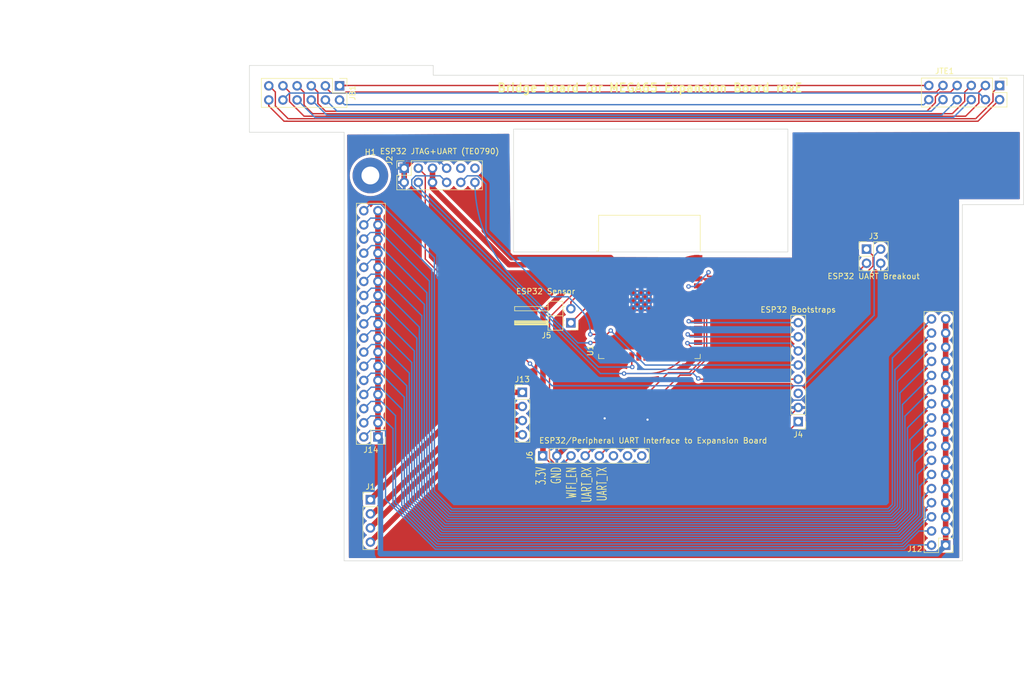
<source format=kicad_pcb>
(kicad_pcb (version 20221018) (generator pcbnew)
  (layers (0 "F.Cu" signal) (31 "B.Cu" signal) (34 "B.Paste" user) (35 "F.Paste" user) (36 "B.SilkS" user "B.Silkscreen") (37 "F.SilkS" user "F.Silkscreen") (38 "B.Mask" user) (39 "F.Mask" user) (44 "Edge.Cuts" user))
  (net 0 "")
  (net 1 "Net-(J1-Pin_1)")
  (net 2 "Net-(J1-Pin_2)")
  (net 3 "Net-(J1-Pin_3)")
  (net 4 "Net-(J1-Pin_4)")
  (net 5 "Net-(J12-Pin_1)")
  (net 6 "Net-(J12-Pin_2)")
  (net 7 "Net-(J12-Pin_4)")
  (net 8 "Net-(J12-Pin_6)")
  (net 9 "Net-(J12-Pin_8)")
  (net 10 "Net-(J12-Pin_10)")
  (net 11 "Net-(J12-Pin_12)")
  (net 12 "Net-(J12-Pin_14)")
  (net 13 "Net-(J12-Pin_16)")
  (net 14 "Net-(J12-Pin_18)")
  (net 15 "Net-(J12-Pin_20)")
  (net 16 "Net-(J12-Pin_22)")
  (net 17 "Net-(J12-Pin_24)")
  (net 18 "Net-(J12-Pin_26)")
  (net 19 "Net-(J12-Pin_28)")
  (net 20 "Net-(J12-Pin_30)")
  (net 21 "Net-(J12-Pin_32)")
  (net 22 "Net-(J12-Pin_34)")
  (net 23 "Net-(JB1-Pin_1)")
  (net 24 "Net-(JB1-Pin_2)")
  (net 25 "Net-(JB1-Pin_3)")
  (net 26 "Net-(JB1-Pin_4)")
  (net 27 "Net-(JB1-Pin_5)")
  (net 28 "Net-(JB1-Pin_6)")
  (net 29 "Net-(JB1-Pin_7)")
  (net 30 "Net-(JB1-Pin_8)")
  (net 31 "Net-(JB1-Pin_9)")
  (net 32 "Net-(JB1-Pin_10)")
  (net 33 "Net-(JB1-Pin_11)")
  (net 34 "Net-(JB1-Pin_12)")
  (net 57 "WIFI_EN")
  (net 58 "JTAG_MTDI")
  (net 59 "JTAG_MTMS")
  (net 60 "JTAG_MTCK")
  (net 61 "JTAG_MTDO")
  (net 62 "BOOT_OPTION")
  (net 63 "UART_RX")
  (net 64 "UART_TX")
  (net 65 "GND")
  (net 66 "/TE0790_A")
  (net 67 "+3.3V")
  (net 68 "/TE0790_B")
  (net 69 "/TE0790_E")
  (net 70 "/TE0790_G")
  (net 71 "Net-(J5-Pin_1)")
  (net 72 "Net-(J5-Pin_2)")
  (net 73 "BOOT_STRAP0")
  (net 74 "BOOT_STRAP5")
  (footprint "Connector_PinHeader_2.54mm:PinHeader_2x06_P2.54mm_Vertical" (layer "F.Cu") (at 191.6762 38.5916 -90)
    (fp_text reference "JTE1")
    (fp_text value "Conn_02x06_Top_Bottom")
  )
  (footprint "Connector_PinHeader_2.54mm:PinHeader_1x04_P2.54mm_Vertical" (layer "F.Cu") (at 78.72 113.01)
    (fp_text reference "J1")
    (fp_text value "Conn_01x04")
  )
  (footprint "Connector_PinHeader_2.54mm:PinHeader_2x06_P2.54mm_Vertical" (layer "F.Cu") (at 84.7868 56.0578 90)
    (fp_text reference "J2")
    (fp_text value "ESP32 JTAG+UART (TE0790)")
  )
  (footprint "Connector_PinHeader_2.54mm:PinHeader_1x08_P2.54mm_Vertical" (layer "F.Cu") (at 155.5242 98.9838 180)
    (fp_text reference "J4")
    (fp_text value "ESP32 Bootstraps")
  )
  (footprint "Connector_PinHeader_2.54mm:PinHeader_2x17_P2.54mm_Vertical" (layer "F.Cu") (at 80.075 101.735 180)
    (fp_text reference "J14")
    (fp_text value "Conn_02x17_Top_Bottom")
  )
  (footprint "MountingHole:MountingHole_3.2mm_M3_Pad" (layer "F.Cu") (at 78.7146 54.7624)
    (fp_text reference "H1")
    (fp_text value "TE0790 Orienting Hole for ESP32 JTAG")
  )
  (footprint "Connector_PinHeader_2.54mm:PinHeader_2x17_P2.54mm_Vertical" (layer "F.Cu") (at 182 121.175 180)
    (fp_text reference "J12")
    (fp_text value "Conn_02x17_Top_Bottom")
  )
  (footprint "RF_Module:ESP32-WROOM-32D" (layer "F.Cu") (at 128.8164 77.7698)
    (fp_text reference "U1")
    (fp_text value "ESP32-WROOM-32D")
  )
  (footprint "Connector_PinHeader_2.54mm:PinHeader_1x02_P2.54mm_Horizontal" (layer "F.Cu") (at 114.7126 81.2342 180)
    (fp_text reference "J5")
    (fp_text value "ESP32 Sensor")
  )
  (footprint "Connector_PinHeader_2.54mm:PinHeader_2x06_P2.54mm_Vertical" (layer "F.Cu") (at 73.1774 38.6538 -90)
    (fp_text reference "JB1")
    (fp_text value "Conn_02x06_Top_Bottom")
  )
  (footprint "Connector_PinHeader_2.54mm:PinHeader_1x08_P2.54mm_Vertical" (layer "F.Cu") (at 109.6518 105.1306 90)
    (fp_text reference "J6")
    (fp_text value "ESP32/Peripheral UART Interface to Expansion Board")
  )
  (footprint "Connector_PinHeader_2.54mm:PinHeader_1x04_P2.54mm_Vertical" (layer "F.Cu") (at 106 93.72)
    (fp_text reference "J13")
    (fp_text value "Conn_01x04")
  )
  (footprint "Connector_PinHeader_2.54mm:PinHeader_2x02_P2.54mm_Vertical" (layer "F.Cu") (at 167.7924 67.9958)
    (fp_text reference "J3")
    (fp_text value "ESP32 UART Breakout")
  )
  (gr_line (start 57 35) (end 57 47) (stroke (width 0.1)) (layer "Edge.Cuts"))
  (gr_line (start 185 124) (end 185 60) (stroke (width 0.1)) (layer "Edge.Cuts"))
  (gr_line (start 90 35) (end 57 35) (stroke (width 0.1)) (layer "Edge.Cuts"))
  (gr_line (start 74 124) (end 185 124) (stroke (width 0.1)) (layer "Edge.Cuts"))
  (gr_rect (start 104.4194 46.4312) (end 153.67 68.5038) (stroke (width 0.1)) (fill none) (layer "Edge.Cuts"))
  (gr_line (start 196 60) (end 196 36.75) (stroke (width 0.1)) (layer "Edge.Cuts"))
  (gr_line (start 185 60) (end 196 60) (stroke (width 0.1)) (layer "Edge.Cuts"))
  (gr_line (start 74 47) (end 74 124) (stroke (width 0.1)) (layer "Edge.Cuts"))
  (gr_line (start 57 47) (end 74 47) (stroke (width 0.1)) (layer "Edge.Cuts"))
  (gr_line (start 196 36.75) (end 90 36.75) (stroke (width 0.1)) (layer "Edge.Cuts"))
  (gr_line (start 90 36.75) (end 90 35) (stroke (width 0.1)) (layer "Edge.Cuts"))
  (gr_text "3.3V\nGND\nWIFI_EN\nUART_RX\nUART_TX" (at 121.285 107.0356 90) (layer "F.SilkS") (effects (font (size 1.7 1)) (justify right bottom)))
  (gr_text "Bridge board for MEGA65 Expansion Board revE" (at 128.89 39.01) (layer "F.SilkS") (effects (font (size 1.5 1.5) (thickness 0.3))))
  (gr_text "ESP32 Sensor" (at 104.8004 76.1746) (layer "F.SilkS") (effects (font (size 1 1)) (justify left bottom)))
  (segment (start 98.01 93.72) (end 106 93.72) (width 1) (layer "F.Cu") (net 1))
  (segment (start 78.55 113.18) (end 98.01 93.72) (width 1) (layer "F.Cu") (net 1))
  (segment (start 98.463622 96.26) (end 106 96.26) (width 1) (layer "F.Cu") (net 2))
  (segment (start 79.003622 115.72) (end 98.463622 96.26) (width 1) (layer "F.Cu") (net 2))
  (segment (start 98.01 98.8) (end 106 98.8) (width 1) (layer "F.Cu") (net 3))
  (segment (start 78.72 118.09) (end 98.01 98.8) (width 1) (layer "F.Cu") (net 3))
  (segment (start 78.72 120.63) (end 98.01 101.34) (width 1) (layer "F.Cu") (net 4))
  (segment (start 98.01 101.34) (end 106 101.34) (width 1) (layer "F.Cu") (net 4))
  (segment (start 80.075 101.735) (end 80.075 61.095) (width 1) (layer "F.Cu") (net 5))
  (segment (start 182 121.175) (end 182 80.535) (width 1) (layer "F.Cu") (net 5))
  (segment (start 80.075 101.735) (end 80.518 102.178) (width 1) (layer "B.Cu") (net 5))
  (segment (start 80.518 122.682) (end 80.560511 122.724511) (width 1) (layer "B.Cu") (net 5))
  (segment (start 180.450489 122.724511) (end 182 121.175) (width 1) (layer "B.Cu") (net 5))
  (segment (start 80.560511 122.724511) (end 180.450489 122.724511) (width 1) (layer "B.Cu") (net 5))
  (segment (start 80.518 102.178) (end 80.518 122.682) (width 1) (layer "B.Cu") (net 5))
  (segment (start 179.46 121.175) (end 179.4176 121.1326) (width 0.25) (layer "B.Cu") (net 6))
  (segment (start 175.340388 121.1326) (end 174.573477 121.899511) (width 0.25) (layer "B.Cu") (net 6))
  (segment (start 77.535 101.735) (end 78.709511 100.560489) (width 0.25) (layer "B.Cu") (net 6))
  (segment (start 174.573477 121.899511) (end 90.372662 121.899511) (width 0.25) (layer "B.Cu") (net 6))
  (segment (start 90.372662 121.899511) (end 81.4324 112.959249) (width 0.25) (layer "B.Cu") (net 6))
  (segment (start 78.709511 100.560489) (end 81.4324 100.560489) (width 0.25) (layer "B.Cu") (net 6))
  (segment (start 179.4176 121.1326) (end 175.340388 121.1326) (width 0.25) (layer "B.Cu") (net 6))
  (segment (start 81.4324 112.959249) (end 81.4324 100.560489) (width 0.25) (layer "B.Cu") (net 6))
  (segment (start 78.7638 97.9662) (end 77.535 99.195) (width 0.25) (layer "B.Cu") (net 7))
  (segment (start 174.387081 121.449511) (end 90.559058 121.449511) (width 0.25) (layer "B.Cu") (net 7))
  (segment (start 82.776573 100.234872) (end 80.507901 97.9662) (width 0.25) (layer "B.Cu") (net 7))
  (segment (start 179.46 118.635) (end 177.201592 118.635) (width 0.25) (layer "B.Cu") (net 7))
  (segment (start 90.559058 121.449511) (end 82.776573 113.667026) (width 0.25) (layer "B.Cu") (net 7))
  (segment (start 82.776573 113.667026) (end 82.776573 100.234872) (width 0.25) (layer "B.Cu") (net 7))
  (segment (start 80.507901 97.9662) (end 78.7638 97.9662) (width 0.25) (layer "B.Cu") (net 7))
  (segment (start 177.201592 118.635) (end 174.387081 121.449511) (width 0.25) (layer "B.Cu") (net 7))
  (segment (start 77.535 96.655) (end 78.835 95.355) (width 0.25) (layer "B.Cu") (net 8))
  (segment (start 167.2844 120.9802) (end 167.303711 120.999511) (width 0.25) (layer "B.Cu") (net 8))
  (segment (start 174.200685 120.999511) (end 172.5168 120.999511) (width 0.25) (layer "B.Cu") (net 8))
  (segment (start 178.735 116.095) (end 178.735 116.465196) (width 0.25) (layer "B.Cu") (net 8))
  (segment (start 80.665 95.355) (end 83.226573 97.916573) (width 0.25) (layer "B.Cu") (net 8))
  (segment (start 90.885908 120.9802) (end 167.2844 120.9802) (width 0.25) (layer "B.Cu") (net 8))
  (segment (start 179.46 116.095) (end 178.735 116.095) (width 0.25) (layer "B.Cu") (net 8))
  (segment (start 167.303711 120.999511) (end 173.355 120.999511) (width 0.25) (layer "B.Cu") (net 8))
  (segment (start 83.226573 97.916573) (end 83.226573 113.48063) (width 0.25) (layer "B.Cu") (net 8))
  (segment (start 178.735 116.465196) (end 174.200685 120.999511) (width 0.25) (layer "B.Cu") (net 8))
  (segment (start 78.835 95.355) (end 80.665 95.355) (width 0.25) (layer "B.Cu") (net 8))
  (segment (start 83.226573 113.48063) (end 90.613172 120.867229) (width 0.25) (layer "B.Cu") (net 8))
  (arc (start 90.613172 120.867229) (mid 90.738304 120.95084) (end 90.885908 120.9802) (width 0.25) (layer "B.Cu") (net 8))
  (segment (start 178.285 114.73) (end 178.285 116.2788) (width 0.25) (layer "B.Cu") (net 9))
  (segment (start 84.352769 96.731068) (end 80.419001 92.7973) (width 0.25) (layer "B.Cu") (net 9))
  (segment (start 84.352769 113.97043) (end 84.352769 96.731068) (width 0.25) (layer "B.Cu") (net 9))
  (segment (start 78.8527 92.7973) (end 77.535 94.115) (width 0.25) (layer "B.Cu") (net 9))
  (segment (start 174.079824 120.483976) (end 90.866315 120.483976) (width 0.25) (layer "B.Cu") (net 9))
  (segment (start 179.46 113.555) (end 178.285 114.73) (width 0.25) (layer "B.Cu") (net 9))
  (segment (start 178.285 116.2788) (end 174.079824 120.483976) (width 0.25) (layer "B.Cu") (net 9))
  (segment (start 90.866315 120.483976) (end 84.352769 113.97043) (width 0.25) (layer "B.Cu") (net 9))
  (segment (start 80.419001 92.7973) (end 78.8527 92.7973) (width 0.25) (layer "B.Cu") (net 9))
  (segment (start 80.490505 90.280505) (end 84.802769 94.592769) (width 0.25) (layer "B.Cu") (net 10))
  (segment (start 91.052711 120.033976) (end 173.893428 120.033976) (width 0.25) (layer "B.Cu") (net 10))
  (segment (start 173.893428 120.033976) (end 177.835 116.092404) (width 0.25) (layer "B.Cu") (net 10))
  (segment (start 78.829495 90.280505) (end 80.490505 90.280505) (width 0.25) (layer "B.Cu") (net 10))
  (segment (start 84.802769 113.784034) (end 91.052711 120.033976) (width 0.25) (layer "B.Cu") (net 10))
  (segment (start 77.535 91.575) (end 78.829495 90.280505) (width 0.25) (layer "B.Cu") (net 10))
  (segment (start 177.835 116.092404) (end 177.835 112.64) (width 0.25) (layer "B.Cu") (net 10))
  (segment (start 177.835 112.64) (end 179.46 111.015) (width 0.25) (layer "B.Cu") (net 10))
  (segment (start 84.802769 94.592769) (end 84.802769 113.784034) (width 0.25) (layer "B.Cu") (net 10))
  (segment (start 78.875 87.695) (end 80.391 87.695) (width 0.25) (layer "B.Cu") (net 11))
  (segment (start 77.535 89.035) (end 78.875 87.695) (width 0.25) (layer "B.Cu") (net 11))
  (segment (start 85.252769 98.5774) (end 85.252769 113.597638) (width 0.25) (layer "B.Cu") (net 11))
  (segment (start 85.252769 92.551068) (end 85.252769 98.5774) (width 0.25) (layer "B.Cu") (net 11))
  (segment (start 177.385 110.55) (end 179.46 108.475) (width 0.25) (layer "B.Cu") (net 11))
  (segment (start 173.707032 119.583976) (end 177.385 115.906008) (width 0.25) (layer "B.Cu") (net 11))
  (segment (start 80.396701 87.695) (end 85.252769 92.551068) (width 0.25) (layer "B.Cu") (net 11))
  (segment (start 177.385 115.906008) (end 177.385 110.55) (width 0.25) (layer "B.Cu") (net 11))
  (segment (start 80.391 87.695) (end 80.396701 87.695) (width 0.25) (layer "B.Cu") (net 11))
  (segment (start 85.252769 113.597638) (end 91.239107 119.583976) (width 0.25) (layer "B.Cu") (net 11))
  (segment (start 91.239107 119.583976) (end 173.707032 119.583976) (width 0.25) (layer "B.Cu") (net 11))
  (segment (start 85.702769 90.270781) (end 85.702769 96.012) (width 0.25) (layer "B.Cu") (net 12))
  (segment (start 85.702769 113.411242) (end 91.425503 119.133976) (width 0.25) (layer "B.Cu") (net 12))
  (segment (start 85.702769 96.012) (end 85.702769 113.411242) (width 0.25) (layer "B.Cu") (net 12))
  (segment (start 91.425503 119.133976) (end 173.520636 119.133976) (width 0.25) (layer "B.Cu") (net 12))
  (segment (start 78.900489 85.129511) (end 80.561499 85.129511) (width 0.25) (layer "B.Cu") (net 12))
  (segment (start 77.535 86.495) (end 78.900489 85.129511) (width 0.25) (layer "B.Cu") (net 12))
  (segment (start 176.935 108.46) (end 179.46 105.935) (width 0.25) (layer "B.Cu") (net 12))
  (segment (start 80.561499 85.129511) (end 85.702769 90.270781) (width 0.25) (layer "B.Cu") (net 12))
  (segment (start 173.520636 119.133976) (end 176.935 115.719612) (width 0.25) (layer "B.Cu") (net 12))
  (segment (start 176.935 115.719612) (end 176.935 108.46) (width 0.25) (layer "B.Cu") (net 12))
  (segment (start 80.442206 82.660505) (end 86.152769 88.371068) (width 0.25) (layer "B.Cu") (net 13))
  (segment (start 91.611899 118.683976) (end 173.33424 118.683976) (width 0.25) (layer "B.Cu") (net 13))
  (segment (start 176.485 106.37) (end 179.46 103.395) (width 0.25) (layer "B.Cu") (net 13))
  (segment (start 173.33424 118.683976) (end 176.485 115.533216) (width 0.25) (layer "B.Cu") (net 13))
  (segment (start 86.152769 113.224846) (end 91.611899 118.683976) (width 0.25) (layer "B.Cu") (net 13))
  (segment (start 176.485 115.533216) (end 176.485 106.37) (width 0.25) (layer "B.Cu") (net 13))
  (segment (start 80.1878 82.660505) (end 80.490505 82.660505) (width 0.25) (layer "B.Cu") (net 13))
  (segment (start 80.1878 82.660505) (end 80.442206 82.660505) (width 0.25) (layer "B.Cu") (net 13))
  (segment (start 78.829495 82.660505) (end 80.1878 82.660505) (width 0.25) (layer "B.Cu") (net 13))
  (segment (start 77.535 83.955) (end 78.829495 82.660505) (width 0.25) (layer "B.Cu") (net 13))
  (segment (start 86.152769 88.371068) (end 86.152769 113.224846) (width 0.25) (layer "B.Cu") (net 13))
  (segment (start 173.147844 118.233976) (end 176.035 115.34682) (width 0.25) (layer "B.Cu") (net 14))
  (segment (start 77.535 81.415) (end 78.819495 80.130505) (width 0.25) (layer "B.Cu") (net 14))
  (segment (start 80.2132 80.130505) (end 80.452206 80.130505) (width 0.25) (layer "B.Cu") (net 14))
  (segment (start 176.035 115.34682) (end 176.035 104.28) (width 0.25) (layer "B.Cu") (net 14))
  (segment (start 91.798295 118.233976) (end 173.147844 118.233976) (width 0.25) (layer "B.Cu") (net 14))
  (segment (start 176.035 104.28) (end 179.46 100.855) (width 0.25) (layer "B.Cu") (net 14))
  (segment (start 78.819495 80.130505) (end 80.2132 80.130505) (width 0.25) (layer "B.Cu") (net 14))
  (segment (start 86.602769 113.03845) (end 91.798295 118.233976) (width 0.25) (layer "B.Cu") (net 14))
  (segment (start 86.602769 86.281068) (end 86.602769 113.03845) (width 0.25) (layer "B.Cu") (net 14))
  (segment (start 80.2132 80.130505) (end 80.480505 80.130505) (width 0.25) (layer "B.Cu") (net 14))
  (segment (start 80.452206 80.130505) (end 86.602769 86.281068) (width 0.25) (layer "B.Cu") (net 14))
  (segment (start 172.961448 117.783976) (end 175.585 115.160424) (width 0.25) (layer "B.Cu") (net 15))
  (segment (start 77.535 78.875) (end 78.900489 77.509511) (width 0.25) (layer "B.Cu") (net 15))
  (segment (start 80.561499 77.509511) (end 87.052769 84.000781) (width 0.25) (layer "B.Cu") (net 15))
  (segment (start 87.052769 112.852054) (end 91.984691 117.783976) (width 0.25) (layer "B.Cu") (net 15))
  (segment (start 91.984691 117.783976) (end 172.961448 117.783976) (width 0.25) (layer "B.Cu") (net 15))
  (segment (start 175.585 115.160424) (end 175.585 102.19) (width 0.25) (layer "B.Cu") (net 15))
  (segment (start 87.052769 84.000781) (end 87.052769 112.852054) (width 0.25) (layer "B.Cu") (net 15))
  (segment (start 78.900489 77.509511) (end 80.561499 77.509511) (width 0.25) (layer "B.Cu") (net 15))
  (segment (start 175.585 102.19) (end 179.46 98.315) (width 0.25) (layer "B.Cu") (net 15))
  (segment (start 87.502769 81.991759) (end 87.502769 112.665658) (width 0.25) (layer "B.Cu") (net 16))
  (segment (start 172.775052 117.333976) (end 175.135 114.974028) (width 0.25) (layer "B.Cu") (net 16))
  (segment (start 80.52101 75.01) (end 87.502769 81.991759) (width 0.25) (layer "B.Cu") (net 16))
  (segment (start 87.502769 112.665658) (end 92.171087 117.333976) (width 0.25) (layer "B.Cu") (net 16))
  (segment (start 175.135 100.1) (end 179.46 95.775) (width 0.25) (layer "B.Cu") (net 16))
  (segment (start 92.171087 117.333976) (end 172.775052 117.333976) (width 0.25) (layer "B.Cu") (net 16))
  (segment (start 78.86 75.01) (end 80.52101 75.01) (width 0.25) (layer "B.Cu") (net 16))
  (segment (start 77.535 76.335) (end 78.86 75.01) (width 0.25) (layer "B.Cu") (net 16))
  (segment (start 175.135 114.974028) (end 175.135 100.1) (width 0.25) (layer "B.Cu") (net 16))
  (segment (start 92.452005 116.883976) (end 172.588656 116.883976) (width 0.25) (layer "B.Cu") (net 17))
  (segment (start 77.535 73.795) (end 78.834495 72.495505) (width 0.25) (layer "B.Cu") (net 17))
  (segment (start 172.588656 116.883976) (end 174.685 114.787632) (width 0.25) (layer "B.Cu") (net 17))
  (segment (start 80.495505 72.495505) (end 87.952769 79.952769) (width 0.25) (layer "B.Cu") (net 17))
  (segment (start 174.685 98.01) (end 179.46 93.235) (width 0.25) (layer "B.Cu") (net 17))
  (segment (start 87.952769 79.952769) (end 87.952769 112.38474) (width 0.25) (layer "B.Cu") (net 17))
  (segment (start 87.952769 112.38474) (end 92.452005 116.883976) (width 0.25) (layer "B.Cu") (net 17))
  (segment (start 174.685 114.787632) (end 174.685 98.01) (width 0.25) (layer "B.Cu") (net 17))
  (segment (start 78.834495 72.495505) (end 80.495505 72.495505) (width 0.25) (layer "B.Cu") (net 17))
  (segment (start 80.371212 69.889511) (end 88.402769 77.921068) (width 0.25) (layer "B.Cu") (net 18))
  (segment (start 174.235 114.601236) (end 174.235 95.92) (width 0.25) (layer "B.Cu") (net 18))
  (segment (start 88.402769 112.198344) (end 92.638401 116.433976) (width 0.25) (layer "B.Cu") (net 18))
  (segment (start 77.535 71.255) (end 78.900489 69.889511) (width 0.25) (layer "B.Cu") (net 18))
  (segment (start 78.900489 69.889511) (end 80.371212 69.889511) (width 0.25) (layer "B.Cu") (net 18))
  (segment (start 172.40226 116.433976) (end 174.235 114.601236) (width 0.25) (layer "B.Cu") (net 18))
  (segment (start 174.235 95.92) (end 179.46 90.695) (width 0.25) (layer "B.Cu") (net 18))
  (segment (start 88.402769 77.921068) (end 88.402769 112.198344) (width 0.25) (layer "B.Cu") (net 18))
  (segment (start 92.638401 116.433976) (end 172.40226 116.433976) (width 0.25) (layer "B.Cu") (net 18))
  (segment (start 92.824797 115.983976) (end 172.215864 115.983976) (width 0.25) (layer "B.Cu") (net 19))
  (segment (start 173.785 114.41484) (end 173.785 93.83) (width 0.25) (layer "B.Cu") (net 19))
  (segment (start 172.215864 115.983976) (end 173.785 114.41484) (width 0.25) (layer "B.Cu") (net 19))
  (segment (start 88.852769 87.501096) (end 88.852769 75.831068) (width 0.25) (layer "B.Cu") (net 19))
  (segment (start 88.852769 87.501096) (end 88.852769 112.011948) (width 0.25) (layer "B.Cu") (net 19))
  (segment (start 80.371212 67.349511) (end 78.900489 67.349511) (width 0.25) (layer "B.Cu") (net 19))
  (segment (start 173.785 93.83) (end 179.46 88.155) (width 0.25) (layer "B.Cu") (net 19))
  (segment (start 78.900489 67.349511) (end 77.535 68.715) (width 0.25) (layer "B.Cu") (net 19))
  (segment (start 88.852769 112.011948) (end 92.824797 115.983976) (width 0.25) (layer "B.Cu") (net 19))
  (segment (start 88.852769 75.831068) (end 80.371212 67.349511) (width 0.25) (layer "B.Cu") (net 19))
  (segment (start 172.029468 115.533976) (end 173.335 114.228444) (width 0.25) (layer "B.Cu") (net 20))
  (segment (start 173.335 114.228444) (end 173.335 91.74) (width 0.25) (layer "B.Cu") (net 20))
  (segment (start 78.709511 65.000489) (end 80.580489 65.000489) (width 0.25) (layer "B.Cu") (net 20))
  (segment (start 173.335 91.74) (end 179.46 85.615) (width 0.25) (layer "B.Cu") (net 20))
  (segment (start 93.011193 115.533976) (end 172.029468 115.533976) (width 0.25) (layer "B.Cu") (net 20))
  (segment (start 89.3064 111.829183) (end 93.011193 115.533976) (width 0.25) (layer "B.Cu") (net 20))
  (segment (start 80.580489 65.000489) (end 89.3064 73.7264) (width 0.25) (layer "B.Cu") (net 20))
  (segment (start 89.3064 73.7264) (end 89.3064 111.829183) (width 0.25) (layer "B.Cu") (net 20))
  (segment (start 77.035 66.675) (end 78.709511 65.000489) (width 0.25) (layer "B.Cu") (net 20))
  (segment (start 171.843072 115.083976) (end 172.885 114.042048) (width 0.25) (layer "B.Cu") (net 21))
  (segment (start 89.7564 71.654699) (end 89.7564 111.642787) (width 0.25) (layer "B.Cu") (net 21))
  (segment (start 78.75 62.42) (end 80.521701 62.42) (width 0.25) (layer "B.Cu") (net 21))
  (segment (start 77.035 64.135) (end 78.75 62.42) (width 0.25) (layer "B.Cu") (net 21))
  (segment (start 172.885 89.65) (end 179.46 83.075) (width 0.25) (layer "B.Cu") (net 21))
  (segment (start 80.521701 62.42) (end 89.7564 71.654699) (width 0.25) (layer "B.Cu") (net 21))
  (segment (start 93.197589 115.083976) (end 171.843072 115.083976) (width 0.25) (layer "B.Cu") (net 21))
  (segment (start 89.7564 111.642787) (end 93.197589 115.083976) (width 0.25) (layer "B.Cu") (net 21))
  (segment (start 172.885 114.042048) (end 172.885 89.65) (width 0.25) (layer "B.Cu") (net 21))
  (segment (start 93.383985 114.633976) (end 171.656676 114.633976) (width 0.25) (layer "B.Cu") (net 22))
  (segment (start 172.435 113.855652) (end 172.435 87.56) (width 0.25) (layer "B.Cu") (net 22))
  (segment (start 80.561701 59.92) (end 90.2064 69.564699) (width 0.25) (layer "B.Cu") (net 22))
  (segment (start 78.71 59.92) (end 80.561701 59.92) (width 0.25) (layer "B.Cu") (net 22))
  (segment (start 90.2064 111.456391) (end 93.383985 114.633976) (width 0.25) (layer "B.Cu") (net 22))
  (segment (start 171.656676 114.633976) (end 172.435 113.855652) (width 0.25) (layer "B.Cu") (net 22))
  (segment (start 77.035 61.595) (end 78.71 59.92) (width 0.25) (layer "B.Cu") (net 22))
  (segment (start 172.435 87.56) (end 179.46 80.535) (width 0.25) (layer "B.Cu") (net 22))
  (segment (start 90.2064 69.564699) (end 90.2064 111.456391) (width 0.25) (layer "B.Cu") (net 22))
  (segment (start 74.265 38.585) (end 74.2716 38.5916) (width 0.25) (layer "F.Cu") (net 23))
  (segment (start 178.9762 38.5916) (end 74.2716 38.5916) (width 0.25) (layer "F.Cu") (net 23))
  (segment (start 73.18 38.585) (end 74.265 38.585) (width 0.25) (layer "F.Cu") (net 23))
  (segment (start 74.2716 38.5916) (end 73.6084 38.5916) (width 0.25) (layer "F.Cu") (net 23))
  (segment (start 178.0678 42.04) (end 74.095 42.04) (width 0.25) (layer "B.Cu") (net 24))
  (segment (start 74.095 42.04) (end 73.18 41.125) (width 0.25) (layer "B.Cu") (net 24))
  (segment (start 178.9762 41.1316) (end 178.0678 42.04) (width 0.25) (layer "B.Cu") (net 24))
  (segment (start 180.341689 39.766111) (end 74.351911 39.766111) (width 0.25) (layer "F.Cu") (net 25))
  (segment (start 71.7042 39.9542) (end 70.64 38.89) (width 0.25) (layer "F.Cu") (net 25))
  (segment (start 74.351911 39.766111) (end 74.163822 39.9542) (width 0.25) (layer "F.Cu") (net 25))
  (segment (start 70.64 38.89) (end 70.64 38.585) (width 0.25) (layer "F.Cu") (net 25))
  (segment (start 181.5162 38.5916) (end 180.341689 39.766111) (width 0.25) (layer "F.Cu") (net 25))
  (segment (start 74.163822 39.9542) (end 71.7042 39.9542) (width 0.25) (layer "F.Cu") (net 25))
  (segment (start 73.164511 43.214511) (end 179.433289 43.214511) (width 0.25) (layer "B.Cu") (net 26))
  (segment (start 179.433289 43.214511) (end 181.5162 41.1316) (width 0.25) (layer "B.Cu") (net 26))
  (segment (start 72.729511 43.214511) (end 70.64 41.125) (width 0.25) (layer "B.Cu") (net 26))
  (segment (start 73.164511 43.214511) (end 72.729511 43.214511) (width 0.25) (layer "B.Cu") (net 26))
  (segment (start 181.003889 39.766111) (end 180.150711 40.619289) (width 0.25) (layer "F.Cu") (net 27))
  (segment (start 70.671911 43.214511) (end 69.29 41.8326) (width 0.25) (layer "F.Cu") (net 27))
  (segment (start 182.881689 39.766111) (end 181.003889 39.766111) (width 0.25) (layer "F.Cu") (net 27))
  (segment (start 180.150711 40.619289) (end 180.150711 41.679289) (width 0.25) (layer "F.Cu") (net 27))
  (segment (start 69.29 41.8326) (end 69.29 39.775) (width 0.25) (layer "F.Cu") (net 27))
  (segment (start 178.615489 43.214511) (end 70.671911 43.214511) (width 0.25) (layer "F.Cu") (net 27))
  (segment (start 180.150711 41.679289) (end 178.615489 43.214511) (width 0.25) (layer "F.Cu") (net 27))
  (segment (start 184.0562 38.5916) (end 182.881689 39.766111) (width 0.25) (layer "F.Cu") (net 27))
  (segment (start 69.29 39.775) (end 68.1 38.585) (width 0.25) (layer "F.Cu") (net 27))
  (segment (start 70.895 43.92) (end 68.1 41.125) (width 0.25) (layer "B.Cu") (net 28))
  (segment (start 184.0562 41.1316) (end 181.2678 43.92) (width 0.25) (layer "B.Cu") (net 28))
  (segment (start 71.19 43.92) (end 70.895 43.92) (width 0.25) (layer "B.Cu") (net 28))
  (segment (start 181.2678 43.92) (end 71.19 43.92) (width 0.25) (layer "B.Cu") (net 28))
  (segment (start 186.5962 38.5916) (end 185.421689 39.766111) (width 0.25) (layer "F.Cu") (net 29))
  (segment (start 66.802 39.827) (end 65.56 38.585) (width 0.25) (layer "F.Cu") (net 29))
  (segment (start 185.421689 41.427121) (end 183.184779 43.664031) (width 0.25) (layer "F.Cu") (net 29))
  (segment (start 66.802 42.112) (end 66.802 39.827) (width 0.25) (layer "F.Cu") (net 29))
  (segment (start 185.421689 39.766111) (end 185.421689 41.427121) (width 0.25) (layer "F.Cu") (net 29))
  (segment (start 183.184779 43.664031) (end 68.354031 43.664031) (width 0.25) (layer "F.Cu") (net 29))
  (segment (start 68.354031 43.664031) (end 66.802 42.112) (width 0.25) (layer "F.Cu") (net 29))
  (segment (start 183.35828 44.36952) (end 186.5962 41.1316) (width 0.25) (layer "B.Cu") (net 30))
  (segment (start 70.00048 44.36952) (end 68.80452 44.36952) (width 0.25) (layer "B.Cu") (net 30))
  (segment (start 68.80452 44.36952) (end 65.56 41.125) (width 0.25) (layer "B.Cu") (net 30))
  (segment (start 70.00048 44.36952) (end 183.35828 44.36952) (width 0.25) (layer "B.Cu") (net 30))
  (segment (start 189.1362 38.5916) (end 187.961689 39.766111) (width 0.25) (layer "F.Cu") (net 31))
  (segment (start 185.576449 44.113551) (end 66.813551 44.113551) (width 0.25) (layer "F.Cu") (net 31))
  (segment (start 64.194511 41.494511) (end 64.194511 39.759511) (width 0.25) (layer "F.Cu") (net 31))
  (segment (start 187.961689 41.728311) (end 185.576449 44.113551) (width 0.25) (layer "F.Cu") (net 31))
  (segment (start 66.813551 44.113551) (end 64.194511 41.494511) (width 0.25) (layer "F.Cu") (net 31))
  (segment (start 187.961689 39.766111) (end 187.961689 41.728311) (width 0.25) (layer "F.Cu") (net 31))
  (segment (start 64.194511 39.759511) (end 63.02 38.585) (width 0.25) (layer "F.Cu") (net 31))
  (segment (start 187.955089 39.950489) (end 189.1362 41.1316) (width 0.25) (layer "B.Cu") (net 32))
  (segment (start 64.194511 39.950489) (end 187.955089 39.950489) (width 0.25) (layer "B.Cu") (net 32))
  (segment (start 63.02 41.125) (end 64.194511 39.950489) (width 0.25) (layer "B.Cu") (net 32))
  (segment (start 61.654511 39.759511) (end 61.654511 42.260653) (width 0.25) (layer "F.Cu") (net 33))
  (segment (start 190.501689 39.766111) (end 191.6762 38.5916) (width 0.25) (layer "F.Cu") (net 33))
  (segment (start 63.956929 44.563071) (end 187.376929 44.563071) (width 0.25) (layer "F.Cu") (net 33))
  (segment (start 187.376929 44.563071) (end 190.501689 41.438311) (width 0.25) (layer "F.Cu") (net 33))
  (segment (start 190.501689 41.438311) (end 190.501689 39.766111) (width 0.25) (layer "F.Cu") (net 33))
  (segment (start 60.48 38.585) (end 61.654511 39.759511) (width 0.25) (layer "F.Cu") (net 33))
  (segment (start 61.654511 42.260653) (end 63.956929 44.563071) (width 0.25) (layer "F.Cu") (net 33))
  (segment (start 63.722591 45.012591) (end 63.215864 45.012591) (width 0.25) (layer "F.Cu") (net 34))
  (segment (start 191.6762 41.1316) (end 187.795209 45.012591) (width 0.25) (layer "F.Cu") (net 34))
  (segment (start 63.215864 45.012591) (end 60.48 42.276727) (width 0.25) (layer "F.Cu") (net 34))
  (segment (start 187.795209 45.012591) (end 63.722591 45.012591) (width 0.25) (layer "F.Cu") (net 34))
  (segment (start 60.48 42.276727) (end 60.48 41.125) (width 0.25) (layer "F.Cu") (net 34))
  (segment (start 110.8776 105.6132) (end 110.8776 80.2486) (width 0.25) (layer "F.Cu") (net 57))
  (segment (start 114.7826 105.1052) (end 113.226 106.6618) (width 0.25) (layer "F.Cu") (net 57))
  (segment (start 111.9262 106.6618) (end 110.8776 105.6132) (width 0.25) (layer "F.Cu") (net 57))
  (segment (start 113.226 106.6618) (end 111.9262 106.6618) (width 0.25) (layer "F.Cu") (net 57))
  (segment (start 119.0664 72.0598) (end 120.0664 72.0598) (width 0.25) (layer "F.Cu") (net 57))
  (segment (start 110.8776 80.2486) (end 119.0664 72.0598) (width 0.25) (layer "F.Cu") (net 57))
  (segment (start 121.0056 83.4898) (end 121.8692 82.6262) (width 0.25) (layer "F.Cu") (net 58))
  (segment (start 118.2116 83.312) (end 119.637153 83.312) (width 0.25) (layer "F.Cu") (net 58))
  (segment (start 120.0664 83.4898) (end 121.0056 83.4898) (width 0.25) (layer "F.Cu") (net 58))
  (via (at 118.2116 83.312) (size 0.8) (drill 0.4) (layers "F.Cu" "B.Cu") (net 58))
  (via (at 121.8692 82.6262) (size 0.8) (drill 0.4) (layers "F.Cu" "B.Cu") (net 58))
  (arc (start 119.637153 83.312) (mid 119.869459 83.358209) (end 120.0664 83.4898) (width 0.25) (layer "F.Cu") (net 58))
  (segment (start 116.772617 79.154518) (end 117.082553 79.581107) (width 0.25) (layer "B.Cu") (net 58))
  (segment (start 117.962181 81.48916) (end 118.085275 82.001884) (width 0.25) (layer "B.Cu") (net 58))
  (segment (start 99.628799 64.94922) (end 99.652826 65.007226) (width 0.25) (layer "B.Cu") (net 58))
  (segment (start 116.430166 78.753562) (end 116.772617 79.154518) (width 0.25) (layer "B.Cu") (net 58))
  (segment (start 111.200772 76.555172) (end 114.235273 76.555172) (width 0.25) (layer "B.Cu") (net 58))
  (segment (start 97.973501 54.8228) (end 99.473368 56.322667) (width 0.25) (layer "B.Cu") (net 58))
  (segment (start 117.597451 80.500519) (end 117.799238 80.987674) (width 0.25) (layer "B.Cu") (net 58))
  (segment (start 118.085275 82.001884) (end 118.167763 82.522685) (width 0.25) (layer "B.Cu") (net 58))
  (segment (start 118.209134 83.048353) (end 118.2116 83.312) (width 0.25) (layer "B.Cu") (net 58))
  (segment (start 96.1218 54.8228) (end 97.973501 54.8228) (width 0.25) (layer "B.Cu") (net 58))
  (segment (start 117.082553 79.581107) (end 117.358064 80.030698) (width 0.25) (layer "B.Cu") (net 58))
  (segment (start 99.652826 65.007226) (end 111.200772 76.555172) (width 0.25) (layer "B.Cu") (net 58))
  (segment (start 114.235273 76.555172) (end 116.245488 78.565387) (width 0.25) (layer "B.Cu") (net 58))
  (segment (start 118.167763 82.522685) (end 118.209134 83.048353) (width 0.25) (layer "B.Cu") (net 58))
  (segment (start 99.473368 64.527905) (end 99.628799 64.94922) (width 0.25) (layer "B.Cu") (net 58))
  (segment (start 94.9468 55.9978) (end 96.1218 54.8228) (width 0.25) (layer "B.Cu") (net 58))
  (segment (start 121.8692 82.6262) (end 128.0668 88.8238) (width 0.25) (layer "B.Cu") (net 58))
  (segment (start 128.0668 88.8238) (end 155.5242 88.8238) (width 0.25) (layer "B.Cu") (net 58))
  (segment (start 117.799238 80.987674) (end 117.962181 81.48916) (width 0.25) (layer "B.Cu") (net 58))
  (segment (start 116.245488 78.565387) (end 116.430166 78.753562) (width 0.25) (layer "B.Cu") (net 58))
  (segment (start 99.473368 56.322667) (end 99.473368 64.527905) (width 0.25) (layer "B.Cu") (net 58))
  (segment (start 117.358064 80.030698) (end 117.597451 80.500519) (width 0.25) (layer "B.Cu") (net 58))
  (segment (start 120.0664 84.7598) (end 118.395563 84.7598) (width 0.25) (layer "F.Cu") (net 59))
  (via (at 118.2116 84.836) (size 0.8) (drill 0.4) (layers "F.Cu" "B.Cu") (net 59))
  (arc (start 118.395563 84.7598) (mid 118.296003 84.779603) (end 118.2116 84.836) (width 0.25) (layer "F.Cu") (net 59))
  (segment (start 115.9644 84.836) (end 104.812851 73.684451) (width 0.25) (layer "B.Cu") (net 59))
  (segment (start 118.2116 84.836) (end 115.9644 84.836) (width 0.25) (layer "B.Cu") (net 59))
  (arc (start 104.812851 73.684451) (mid 99.390779 65.569747) (end 97.4868 55.9978) (width 0.25) (layer "B.Cu") (net 59))
  (segment (start 125.6464 87.2798) (end 125.6464 88.977572) (width 0.25) (layer "F.Cu") (net 60))
  (via (at 125.73 89.1794) (size 0.8) (drill 0.4) (layers "F.Cu" "B.Cu") (net 60))
  (arc (start 125.6464 88.977572) (mid 125.668126 89.0868) (end 125.73 89.1794) (width 0.25) (layer "F.Cu") (net 60))
  (segment (start 119.667743 89.1794) (end 87.921234 57.432891) (width 0.25) (layer "B.Cu") (net 60))
  (segment (start 125.73 89.1794) (end 119.667743 89.1794) (width 0.25) (layer "B.Cu") (net 60))
  (arc (start 87.921234 57.432891) (mid 87.481289 56.774466) (end 87.3268 55.9978) (width 0.25) (layer "B.Cu") (net 60))
  (segment (start 155.5242 91.3638) (end 137.7188 91.3638) (width 0.25) (layer "F.Cu") (net 61))
  (segment (start 134.5364 87.2798) (end 134.5364 87.8598) (width 0.25) (layer "F.Cu") (net 61))
  (segment (start 137.7188 91.3638) (end 137.5918 91.2368) (width 0.25) (layer "F.Cu") (net 61))
  (segment (start 128.529837 90.3478) (end 124.2568 90.3478) (width 0.25) (layer "F.Cu") (net 61))
  (via (at 124.2568 90.3478) (size 0.8) (drill 0.4) (layers "F.Cu" "B.Cu") (net 61))
  (via (at 137.5918 91.2368) (size 0.8) (drill 0.4) (layers "F.Cu" "B.Cu") (net 61))
  (arc (start 134.5364 87.8598) (mid 131.780566 89.70119) (end 128.529837 90.3478) (width 0.25) (layer "F.Cu") (net 61))
  (segment (start 86.840099 54.8228) (end 91.2318 54.8228) (width 0.25) (layer "B.Cu") (net 61))
  (segment (start 86.1518 55.511099) (end 86.840099 54.8228) (width 0.25) (layer "B.Cu") (net 61))
  (segment (start 91.2318 54.8228) (end 92.4068 55.9978) (width 0.25) (layer "B.Cu") (net 61))
  (segment (start 136.7028 90.3478) (end 124.2568 90.3478) (width 0.25) (layer "B.Cu") (net 61))
  (segment (start 137.5918 91.2368) (end 136.7028 90.3478) (width 0.25) (layer "B.Cu") (net 61))
  (segment (start 120.015099 90.3478) (end 86.1518 56.484501) (width 0.25) (layer "B.Cu") (net 61))
  (segment (start 86.1518 56.484501) (end 86.1518 55.511099) (width 0.25) (layer "B.Cu") (net 61))
  (segment (start 124.2568 90.3478) (end 120.015099 90.3478) (width 0.25) (layer "B.Cu") (net 61))
  (segment (start 135.8646 83.4898) (end 135.6868 83.312) (width 0.25) (layer "F.Cu") (net 62))
  (segment (start 137.5664 83.4898) (end 135.8646 83.4898) (width 0.25) (layer "F.Cu") (net 62))
  (via (at 135.6868 83.312) (size 0.8) (drill 0.4) (layers "F.Cu" "B.Cu") (net 62))
  (segment (start 136.1186 83.7438) (end 155.5242 83.7438) (width 0.25) (layer "B.Cu") (net 62))
  (segment (start 135.6868 83.312) (end 136.1186 83.7438) (width 0.25) (layer "B.Cu") (net 62))
  (segment (start 138.6414 87.528481) (end 135.977389 90.192492) (width 0.25) (layer "F.Cu") (net 63))
  (segment (start 132.209907 90.192492) (end 117.2718 105.1306) (width 0.25) (layer "F.Cu") (net 63))
  (segment (start 137.4648 74.7014) (end 137.5664 74.5998) (width 0.25) (layer "F.Cu") (net 63))
  (segment (start 138.5664 74.5998) (end 137.5664 74.5998) (width 0.25) (layer "F.Cu") (net 63))
  (segment (start 135.8392 74.7014) (end 137.4648 74.7014) (width 0.25) (layer "F.Cu") (net 63))
  (segment (start 138.6414 87.528481) (end 138.6414 74.6748) (width 0.25) (layer "F.Cu") (net 63))
  (segment (start 135.977389 90.192492) (end 132.209907 90.192492) (width 0.25) (layer "F.Cu") (net 63))
  (segment (start 139.2428 72.3392) (end 139.4206 72.1614) (width 0.25) (layer "F.Cu") (net 63))
  (segment (start 138.6414 74.6748) (end 138.5664 74.5998) (width 0.25) (layer "F.Cu") (net 63))
  (segment (start 165.4484 72.8798) (end 139.2428 72.8798) (width 0.25) (layer "F.Cu") (net 63))
  (segment (start 139.2428 72.8798) (end 139.2428 72.3392) (width 0.25) (layer "F.Cu") (net 63))
  (segment (start 167.7924 70.5358) (end 165.4484 72.8798) (width 0.25) (layer "F.Cu") (net 63))
  (via (at 139.4206 72.1614) (size 0.8) (drill 0.4) (layers "F.Cu" "B.Cu") (net 63))
  (via (at 135.8392 74.7014) (size 0.8) (drill 0.4) (layers "F.Cu" "B.Cu") (net 63))
  (segment (start 139.4206 72.1614) (end 136.8806 74.7014) (width 0.25) (layer "B.Cu") (net 63))
  (segment (start 136.8806 74.7014) (end 135.8392 74.7014) (width 0.25) (layer "B.Cu") (net 63))
  (segment (start 137.5664 73.3298) (end 138.5664 73.3298) (width 0.25) (layer "F.Cu") (net 64))
  (segment (start 139.0914 87.714877) (end 136.163785 90.642492) (width 0.25) (layer "F.Cu") (net 64))
  (segment (start 134.299908 90.642492) (end 119.8118 105.1306) (width 0.25) (layer "F.Cu") (net 64))
  (segment (start 139.0914 73.8548) (end 139.0914 87.714877) (width 0.25) (layer "F.Cu") (net 64))
  (segment (start 138.5664 73.3298) (end 139.0914 73.8548) (width 0.25) (layer "F.Cu") (net 64))
  (segment (start 168.9674 71.022501) (end 166.660101 73.3298) (width 0.25) (layer "F.Cu") (net 64))
  (segment (start 166.660101 73.3298) (end 137.5664 73.3298) (width 0.25) (layer "F.Cu") (net 64))
  (segment (start 168.9674 69.1708) (end 168.9674 71.022501) (width 0.25) (layer "F.Cu") (net 64))
  (segment (start 167.7924 67.9958) (end 168.9674 69.1708) (width 0.25) (layer "F.Cu") (net 64))
  (segment (start 136.163785 90.642492) (end 134.299908 90.642492) (width 0.25) (layer "F.Cu") (net 64))
  (segment (start 84.7868 55.9978) (end 84.7868 53.4578) (width 1) (layer "F.Cu") (net 65))
  (segment (start 155.5242 96.4438) (end 153.3398 98.6282) (width 0.25) (layer "F.Cu") (net 65))
  (segment (start 118.183805 99.163994) (end 112.2426 105.1052) (width 1) (layer "F.Cu") (net 65))
  (segment (start 121.8164 69.5198) (end 124.346623 72.050023) (width 1) (layer "F.Cu") (net 65))
  (segment (start 99.193482 64.649482) (end 104.0638 69.5198) (width 1) (layer "F.Cu") (net 65))
  (segment (start 120.777 98.3996) (end 119.1006 98.3996) (width 0.25) (layer "F.Cu") (net 65))
  (segment (start 98.8822 51.054) (end 99.193482 51.368845) (width 1) (layer "F.Cu") (net 65))
  (segment (start 104.0638 69.5198) (end 120.0664 69.5198) (width 1) (layer "F.Cu") (net 65))
  (segment (start 120.0664 69.5198) (end 121.8164 69.5198) (width 1) (layer "F.Cu") (net 65))
  (segment (start 123.1064 87.2798) (end 123.1064 85.42374) (width 1) (layer "F.Cu") (net 65))
  (segment (start 99.193482 51.368845) (end 99.193482 64.649482) (width 1) (layer "F.Cu") (net 65))
  (segment (start 119.1006 98.3996) (end 118.994636 98.293636) (width 0.25) (layer "F.Cu") (net 65))
  (segment (start 133.24742 71.30878) (end 128.7164 75.8398) (width 1) (layer "F.Cu") (net 65))
  (segment (start 87.1906 51.054) (end 98.8822 51.054) (width 1) (layer "F.Cu") (net 65))
  (segment (start 153.3398 98.6282) (end 128.4732 98.6282) (width 0.25) (layer "F.Cu") (net 65))
  (segment (start 84.7868 53.4578) (end 87.1906 51.054) (width 1) (layer "F.Cu") (net 65))
  (via (at 120.777 98.3996) (size 0.8) (drill 0.4) (layers "F.Cu" "B.Cu") (net 65))
  (via (at 128.4732 98.6282) (size 0.8) (drill 0.4) (layers "F.Cu" "B.Cu") (net 65))
  (arc (start 123.1064 85.42374) (mid 123.836695 81.752299) (end 125.9164 78.6398) (width 1) (layer "F.Cu") (net 65))
  (arc (start 137.5664 69.5198) (mid 135.228985 69.984741) (end 133.24742 71.30878) (width 1) (layer "F.Cu") (net 65))
  (arc (start 123.1064 87.2798) (mid 121.827059 93.71148) (end 118.183805 99.163994) (width 1) (layer "F.Cu") (net 65))
  (arc (start 124.346623 72.050023) (mid 125.508428 73.788787) (end 125.9164 75.8398) (width 1) (layer "F.Cu") (net 65))
  (segment (start 121.0056 98.6282) (end 120.777 98.3996) (width 0.25) (layer "B.Cu") (net 65))
  (segment (start 128.4732 98.6282) (end 121.0056 98.6282) (width 0.25) (layer "B.Cu") (net 65))
  (segment (start 88.5698 69.7738) (end 107.3658 88.5698) (width 0.25) (layer "F.Cu") (net 66))
  (segment (start 88.5698 54.7008) (end 88.5698 69.7738) (width 0.25) (layer "F.Cu") (net 66))
  (segment (start 87.3268 53.4578) (end 88.5698 54.7008) (width 0.25) (layer "F.Cu") (net 66))
  (via (at 107.3658 88.5698) (size 0.8) (drill 0.4) (layers "F.Cu" "B.Cu") (net 66))
  (segment (start 169.1574 69.1708) (end 170.3324 67.9958) (width 0.25) (layer "B.Cu") (net 66))
  (segment (start 169.1574 79.8896) (end 169.1574 69.1708) (width 0.25) (layer "B.Cu") (net 66))
  (segment (start 111.3348 92.5388) (end 156.5082 92.5388) (width 0.25) (layer "B.Cu") (net 66))
  (segment (start 107.3658 88.5698) (end 111.3348 92.5388) (width 0.25) (layer "B.Cu") (net 66))
  (segment (start 156.5082 92.5388) (end 169.1574 79.8896) (width 0.25) (layer "B.Cu") (net 66))
  (segment (start 103.632 70.7898) (end 89.8668 57.0246) (width 1) (layer "F.Cu") (net 67))
  (segment (start 147.3708 107.1118) (end 155.7782 98.7044) (width 0.25) (layer "F.Cu") (net 67))
  (segment (start 111.3276 106.7302) (end 111.3276 106.8318) (width 0.25) (layer "F.Cu") (net 67))
  (segment (start 89.8668 55.9978) (end 89.8668 53.4578) (width 1) (layer "F.Cu") (net 67))
  (segment (start 109.7026 105.1052) (end 111.3276 106.7302) (width 0.25) (layer "F.Cu") (net 67))
  (segment (start 111.3276 106.8318) (end 111.6076 107.1118) (width 0.25) (layer "F.Cu") (net 67))
  (segment (start 111.6076 107.1118) (end 147.3708 107.1118) (width 0.25) (layer "F.Cu") (net 67))
  (segment (start 109.7026 105.1052) (end 109.7026 79.4036) (width 1) (layer "F.Cu") (net 67))
  (segment (start 118.3164 70.7898) (end 120.0664 70.7898) (width 1) (layer "F.Cu") (net 67))
  (segment (start 89.8668 57.0246) (end 89.8668 55.9978) (width 1) (layer "F.Cu") (net 67))
  (segment (start 120.0664 70.7898) (end 103.632 70.7898) (width 1) (layer "F.Cu") (net 67))
  (segment (start 109.7026 79.4036) (end 118.3164 70.7898) (width 1) (layer "F.Cu") (net 67))
  (segment (start 112.6744 95.123) (end 90.6564 73.105) (width 0.25) (layer "B.Cu") (net 68))
  (segment (start 170.3324 80.757301) (end 155.966701 95.123) (width 0.25) (layer "B.Cu") (net 68))
  (segment (start 83.6118 52.2828) (end 91.2318 52.2828) (width 0.25) (layer "B.Cu") (net 68))
  (segment (start 170.3324 70.5358) (end 170.3324 80.757301) (width 0.25) (layer "B.Cu") (net 68))
  (segment (start 83.566 56.4388) (end 83.566 52.3286) (width 0.25) (layer "B.Cu") (net 68))
  (segment (start 90.6564 73.105) (end 90.6564 63.5292) (width 0.25) (layer "B.Cu") (net 68))
  (segment (start 90.6564 63.5292) (end 83.566 56.4388) (width 0.25) (layer "B.Cu") (net 68))
  (segment (start 155.966701 95.123) (end 112.6744 95.123) (width 0.25) (layer "B.Cu") (net 68))
  (segment (start 91.2318 52.2828) (end 92.4068 53.4578) (width 0.25) (layer "B.Cu") (net 68))
  (segment (start 83.566 52.3286) (end 83.6118 52.2828) (width 0.25) (layer "B.Cu") (net 68))
  (segment (start 118.9914 76.9554) (end 118.9914 74.6748) (width 0.25) (layer "F.Cu") (net 71))
  (segment (start 119.0664 74.5998) (end 120.0664 74.5998) (width 0.25) (layer "F.Cu") (net 71))
  (segment (start 118.9914 74.6748) (end 119.0664 74.5998) (width 0.25) (layer "F.Cu") (net 71))
  (segment (start 114.7126 81.2342) (end 118.9914 76.9554) (width 0.25) (layer "F.Cu") (net 71))
  (segment (start 114.7126 78.6942) (end 114.7126 77.492119) (width 0.25) (layer "F.Cu") (net 72))
  (segment (start 118.874919 73.3298) (end 120.0664 73.3298) (width 0.25) (layer "F.Cu") (net 72))
  (segment (start 114.7126 77.492119) (end 118.874919 73.3298) (width 0.25) (layer "F.Cu") (net 72))
  (segment (start 137.5664 86.0298) (end 136.779 86.0298) (width 0.25) (layer "F.Cu") (net 73))
  (segment (start 136.779 86.0298) (end 135.636 84.8868) (width 0.25) (layer "F.Cu") (net 73))
  (via (at 135.636 84.8868) (size 0.8) (drill 0.4) (layers "F.Cu" "B.Cu") (net 73))
  (segment (start 154.1272 84.8868) (end 155.5242 86.2838) (width 0.25) (layer "B.Cu") (net 73))
  (segment (start 135.636 84.8868) (end 154.1272 84.8868) (width 0.25) (layer "B.Cu") (net 73))
  (segment (start 137.5664 80.9498) (end 135.8646 80.9498) (width 0.25) (layer "F.Cu") (net 74))
  (via (at 135.8646 80.9498) (size 0.8) (drill 0.4) (layers "F.Cu" "B.Cu") (net 74))
  (segment (start 136.1186 81.2038) (end 155.5242 81.2038) (width 0.25) (layer "B.Cu") (net 74))
  (segment (start 135.8646 80.9498) (end 136.1186 81.2038) (width 0.25) (layer "B.Cu") (net 74))
  (zone (net 65) (net_name "GND") (layers "F&B.Cu") (connect_pads (clearance 0.508)) (min_thickness 0.25) (fill yes (thermal_gap 0.5) (thermal_bridge_width 0.5))
    (polygon (pts (xy 74.549 47.4218) (xy 103.6574 47.2694) (xy 103.886 69.3674) (xy 154.432 69.5198) (xy 154.5082 47.0154) (xy 195.3006 46.9392) (xy 195.3006 59.0296) (xy 184.404 59.0296) (xy 184.4294 123.4948) (xy 74.8538 123.4948)))
  )
)
</source>
